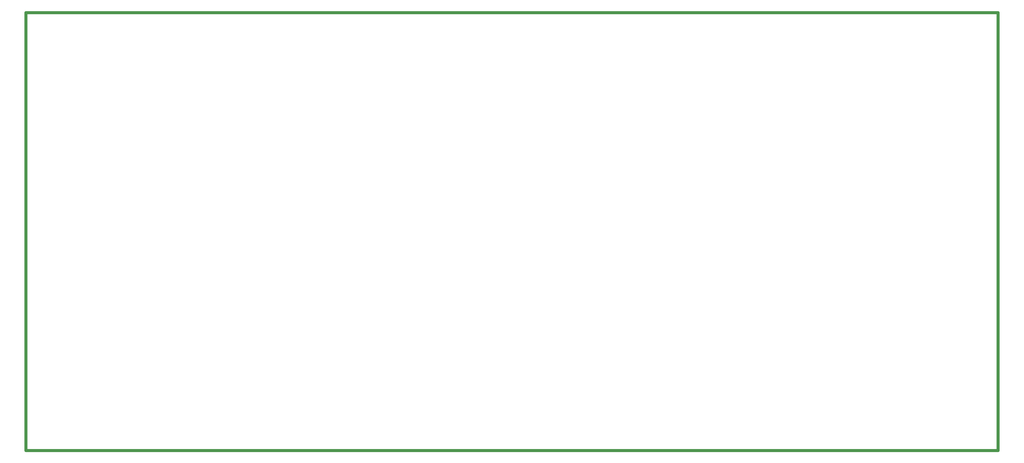
<source format=gbr>
G04 #@! TF.GenerationSoftware,KiCad,Pcbnew,(5.0.0)*
G04 #@! TF.CreationDate,2020-05-22T12:26:50+01:00*
G04 #@! TF.ProjectId,KIT88,4B495438382E6B696361645F70636200,rev?*
G04 #@! TF.SameCoordinates,Original*
G04 #@! TF.FileFunction,Profile,NP*
%FSLAX46Y46*%
G04 Gerber Fmt 4.6, Leading zero omitted, Abs format (unit mm)*
G04 Created by KiCad (PCBNEW (5.0.0)) date 05/22/20 12:26:50*
%MOMM*%
%LPD*%
G01*
G04 APERTURE LIST*
%ADD10C,1.016000*%
G04 APERTURE END LIST*
D10*
X12700000Y-95250000D02*
X12700000Y-241300000D01*
X12700000Y-241300000D02*
X336550000Y-241300000D01*
X336550000Y-241300000D02*
X336550000Y-95250000D01*
X12700000Y-95250000D02*
X336550000Y-95250000D01*
M02*

</source>
